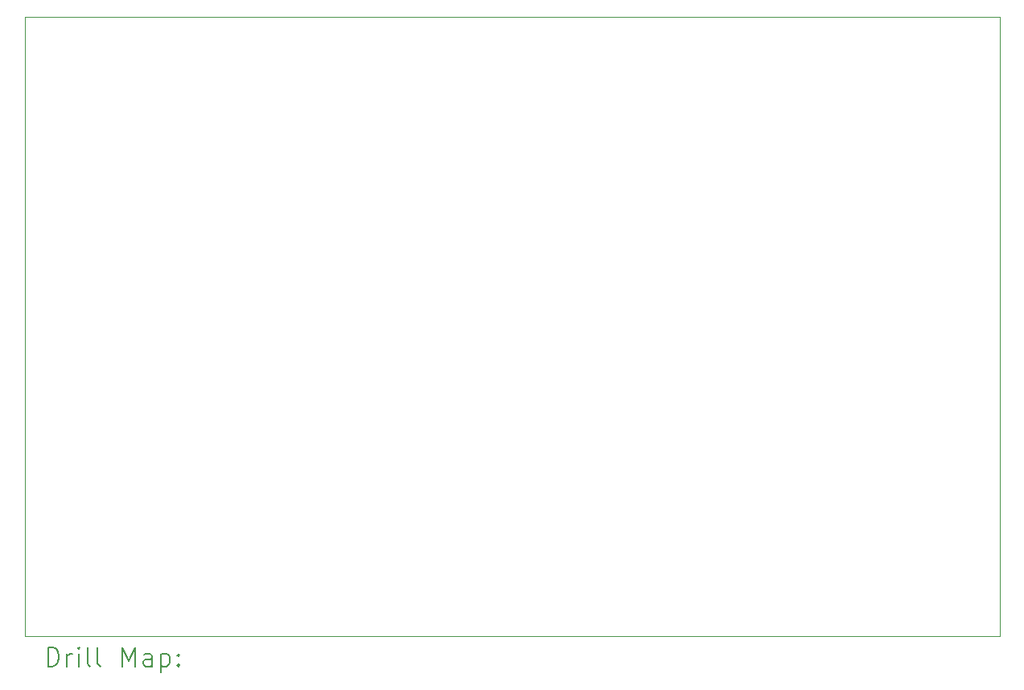
<source format=gbr>
%TF.GenerationSoftware,KiCad,Pcbnew,7.0.1*%
%TF.CreationDate,2023-06-06T13:02:26-04:00*%
%TF.ProjectId,nixie,6e697869-652e-46b6-9963-61645f706362,rev?*%
%TF.SameCoordinates,Original*%
%TF.FileFunction,Drillmap*%
%TF.FilePolarity,Positive*%
%FSLAX45Y45*%
G04 Gerber Fmt 4.5, Leading zero omitted, Abs format (unit mm)*
G04 Created by KiCad (PCBNEW 7.0.1) date 2023-06-06 13:02:26*
%MOMM*%
%LPD*%
G01*
G04 APERTURE LIST*
%ADD10C,0.050000*%
%ADD11C,0.200000*%
G04 APERTURE END LIST*
D10*
X19913610Y-14224000D02*
X19913610Y-7700510D01*
X9652000Y-14224000D02*
X19913610Y-14224000D01*
X19913610Y-7700510D02*
X9652000Y-7700510D01*
X9652000Y-7700510D02*
X9652000Y-14224000D01*
D11*
X9897119Y-14539024D02*
X9897119Y-14339024D01*
X9897119Y-14339024D02*
X9944738Y-14339024D01*
X9944738Y-14339024D02*
X9973310Y-14348548D01*
X9973310Y-14348548D02*
X9992357Y-14367595D01*
X9992357Y-14367595D02*
X10001881Y-14386643D01*
X10001881Y-14386643D02*
X10011405Y-14424738D01*
X10011405Y-14424738D02*
X10011405Y-14453309D01*
X10011405Y-14453309D02*
X10001881Y-14491405D01*
X10001881Y-14491405D02*
X9992357Y-14510452D01*
X9992357Y-14510452D02*
X9973310Y-14529500D01*
X9973310Y-14529500D02*
X9944738Y-14539024D01*
X9944738Y-14539024D02*
X9897119Y-14539024D01*
X10097119Y-14539024D02*
X10097119Y-14405690D01*
X10097119Y-14443786D02*
X10106643Y-14424738D01*
X10106643Y-14424738D02*
X10116167Y-14415214D01*
X10116167Y-14415214D02*
X10135214Y-14405690D01*
X10135214Y-14405690D02*
X10154262Y-14405690D01*
X10220929Y-14539024D02*
X10220929Y-14405690D01*
X10220929Y-14339024D02*
X10211405Y-14348548D01*
X10211405Y-14348548D02*
X10220929Y-14358071D01*
X10220929Y-14358071D02*
X10230452Y-14348548D01*
X10230452Y-14348548D02*
X10220929Y-14339024D01*
X10220929Y-14339024D02*
X10220929Y-14358071D01*
X10344738Y-14539024D02*
X10325690Y-14529500D01*
X10325690Y-14529500D02*
X10316167Y-14510452D01*
X10316167Y-14510452D02*
X10316167Y-14339024D01*
X10449500Y-14539024D02*
X10430452Y-14529500D01*
X10430452Y-14529500D02*
X10420929Y-14510452D01*
X10420929Y-14510452D02*
X10420929Y-14339024D01*
X10678071Y-14539024D02*
X10678071Y-14339024D01*
X10678071Y-14339024D02*
X10744738Y-14481881D01*
X10744738Y-14481881D02*
X10811405Y-14339024D01*
X10811405Y-14339024D02*
X10811405Y-14539024D01*
X10992357Y-14539024D02*
X10992357Y-14434262D01*
X10992357Y-14434262D02*
X10982833Y-14415214D01*
X10982833Y-14415214D02*
X10963786Y-14405690D01*
X10963786Y-14405690D02*
X10925690Y-14405690D01*
X10925690Y-14405690D02*
X10906643Y-14415214D01*
X10992357Y-14529500D02*
X10973310Y-14539024D01*
X10973310Y-14539024D02*
X10925690Y-14539024D01*
X10925690Y-14539024D02*
X10906643Y-14529500D01*
X10906643Y-14529500D02*
X10897119Y-14510452D01*
X10897119Y-14510452D02*
X10897119Y-14491405D01*
X10897119Y-14491405D02*
X10906643Y-14472357D01*
X10906643Y-14472357D02*
X10925690Y-14462833D01*
X10925690Y-14462833D02*
X10973310Y-14462833D01*
X10973310Y-14462833D02*
X10992357Y-14453309D01*
X11087595Y-14405690D02*
X11087595Y-14605690D01*
X11087595Y-14415214D02*
X11106643Y-14405690D01*
X11106643Y-14405690D02*
X11144738Y-14405690D01*
X11144738Y-14405690D02*
X11163786Y-14415214D01*
X11163786Y-14415214D02*
X11173310Y-14424738D01*
X11173310Y-14424738D02*
X11182833Y-14443786D01*
X11182833Y-14443786D02*
X11182833Y-14500928D01*
X11182833Y-14500928D02*
X11173310Y-14519976D01*
X11173310Y-14519976D02*
X11163786Y-14529500D01*
X11163786Y-14529500D02*
X11144738Y-14539024D01*
X11144738Y-14539024D02*
X11106643Y-14539024D01*
X11106643Y-14539024D02*
X11087595Y-14529500D01*
X11268548Y-14519976D02*
X11278071Y-14529500D01*
X11278071Y-14529500D02*
X11268548Y-14539024D01*
X11268548Y-14539024D02*
X11259024Y-14529500D01*
X11259024Y-14529500D02*
X11268548Y-14519976D01*
X11268548Y-14519976D02*
X11268548Y-14539024D01*
X11268548Y-14415214D02*
X11278071Y-14424738D01*
X11278071Y-14424738D02*
X11268548Y-14434262D01*
X11268548Y-14434262D02*
X11259024Y-14424738D01*
X11259024Y-14424738D02*
X11268548Y-14415214D01*
X11268548Y-14415214D02*
X11268548Y-14434262D01*
M02*

</source>
